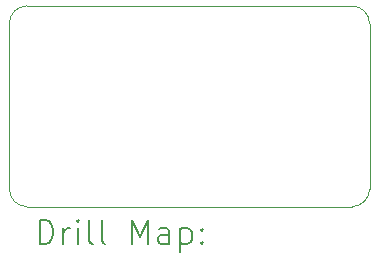
<source format=gbr>
%TF.GenerationSoftware,KiCad,Pcbnew,7.0.11-7.0.11~ubuntu22.04.1*%
%TF.CreationDate,2024-03-25T14:33:54+01:00*%
%TF.ProjectId,sensorshield,73656e73-6f72-4736-9869-656c642e6b69,rev?*%
%TF.SameCoordinates,Original*%
%TF.FileFunction,Drillmap*%
%TF.FilePolarity,Positive*%
%FSLAX45Y45*%
G04 Gerber Fmt 4.5, Leading zero omitted, Abs format (unit mm)*
G04 Created by KiCad (PCBNEW 7.0.11-7.0.11~ubuntu22.04.1) date 2024-03-25 14:33:54*
%MOMM*%
%LPD*%
G01*
G04 APERTURE LIST*
%ADD10C,0.050000*%
%ADD11C,0.200000*%
G04 APERTURE END LIST*
D10*
X15300000Y-11350000D02*
G75*
G03*
X15150000Y-11200000I-150000J0D01*
G01*
X12400000Y-11200000D02*
X15150000Y-11200000D01*
X12250000Y-12750000D02*
X12250000Y-11350000D01*
X15150000Y-12900000D02*
G75*
G03*
X15300000Y-12750000I0J150000D01*
G01*
X12250000Y-12750000D02*
G75*
G03*
X12400000Y-12900000I150000J0D01*
G01*
X15150000Y-12900000D02*
X12400000Y-12900000D01*
X12400000Y-11200000D02*
G75*
G03*
X12250000Y-11350000I0J-150000D01*
G01*
X15300000Y-12750000D02*
X15300000Y-11350000D01*
D11*
X12508277Y-13213984D02*
X12508277Y-13013984D01*
X12508277Y-13013984D02*
X12555896Y-13013984D01*
X12555896Y-13013984D02*
X12584467Y-13023508D01*
X12584467Y-13023508D02*
X12603515Y-13042555D01*
X12603515Y-13042555D02*
X12613039Y-13061603D01*
X12613039Y-13061603D02*
X12622562Y-13099698D01*
X12622562Y-13099698D02*
X12622562Y-13128269D01*
X12622562Y-13128269D02*
X12613039Y-13166365D01*
X12613039Y-13166365D02*
X12603515Y-13185412D01*
X12603515Y-13185412D02*
X12584467Y-13204460D01*
X12584467Y-13204460D02*
X12555896Y-13213984D01*
X12555896Y-13213984D02*
X12508277Y-13213984D01*
X12708277Y-13213984D02*
X12708277Y-13080650D01*
X12708277Y-13118746D02*
X12717801Y-13099698D01*
X12717801Y-13099698D02*
X12727324Y-13090174D01*
X12727324Y-13090174D02*
X12746372Y-13080650D01*
X12746372Y-13080650D02*
X12765420Y-13080650D01*
X12832086Y-13213984D02*
X12832086Y-13080650D01*
X12832086Y-13013984D02*
X12822562Y-13023508D01*
X12822562Y-13023508D02*
X12832086Y-13033031D01*
X12832086Y-13033031D02*
X12841610Y-13023508D01*
X12841610Y-13023508D02*
X12832086Y-13013984D01*
X12832086Y-13013984D02*
X12832086Y-13033031D01*
X12955896Y-13213984D02*
X12936848Y-13204460D01*
X12936848Y-13204460D02*
X12927324Y-13185412D01*
X12927324Y-13185412D02*
X12927324Y-13013984D01*
X13060658Y-13213984D02*
X13041610Y-13204460D01*
X13041610Y-13204460D02*
X13032086Y-13185412D01*
X13032086Y-13185412D02*
X13032086Y-13013984D01*
X13289229Y-13213984D02*
X13289229Y-13013984D01*
X13289229Y-13013984D02*
X13355896Y-13156841D01*
X13355896Y-13156841D02*
X13422562Y-13013984D01*
X13422562Y-13013984D02*
X13422562Y-13213984D01*
X13603515Y-13213984D02*
X13603515Y-13109222D01*
X13603515Y-13109222D02*
X13593991Y-13090174D01*
X13593991Y-13090174D02*
X13574943Y-13080650D01*
X13574943Y-13080650D02*
X13536848Y-13080650D01*
X13536848Y-13080650D02*
X13517801Y-13090174D01*
X13603515Y-13204460D02*
X13584467Y-13213984D01*
X13584467Y-13213984D02*
X13536848Y-13213984D01*
X13536848Y-13213984D02*
X13517801Y-13204460D01*
X13517801Y-13204460D02*
X13508277Y-13185412D01*
X13508277Y-13185412D02*
X13508277Y-13166365D01*
X13508277Y-13166365D02*
X13517801Y-13147317D01*
X13517801Y-13147317D02*
X13536848Y-13137793D01*
X13536848Y-13137793D02*
X13584467Y-13137793D01*
X13584467Y-13137793D02*
X13603515Y-13128269D01*
X13698753Y-13080650D02*
X13698753Y-13280650D01*
X13698753Y-13090174D02*
X13717801Y-13080650D01*
X13717801Y-13080650D02*
X13755896Y-13080650D01*
X13755896Y-13080650D02*
X13774943Y-13090174D01*
X13774943Y-13090174D02*
X13784467Y-13099698D01*
X13784467Y-13099698D02*
X13793991Y-13118746D01*
X13793991Y-13118746D02*
X13793991Y-13175888D01*
X13793991Y-13175888D02*
X13784467Y-13194936D01*
X13784467Y-13194936D02*
X13774943Y-13204460D01*
X13774943Y-13204460D02*
X13755896Y-13213984D01*
X13755896Y-13213984D02*
X13717801Y-13213984D01*
X13717801Y-13213984D02*
X13698753Y-13204460D01*
X13879705Y-13194936D02*
X13889229Y-13204460D01*
X13889229Y-13204460D02*
X13879705Y-13213984D01*
X13879705Y-13213984D02*
X13870182Y-13204460D01*
X13870182Y-13204460D02*
X13879705Y-13194936D01*
X13879705Y-13194936D02*
X13879705Y-13213984D01*
X13879705Y-13090174D02*
X13889229Y-13099698D01*
X13889229Y-13099698D02*
X13879705Y-13109222D01*
X13879705Y-13109222D02*
X13870182Y-13099698D01*
X13870182Y-13099698D02*
X13879705Y-13090174D01*
X13879705Y-13090174D02*
X13879705Y-13109222D01*
M02*

</source>
